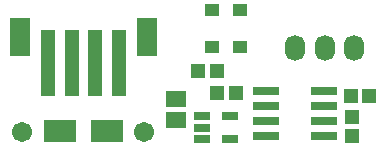
<source format=gts>
G04*
G04 #@! TF.GenerationSoftware,Altium Limited,Altium Designer,20.1.14 (287)*
G04*
G04 Layer_Color=8388736*
%FSLAX25Y25*%
%MOIN*%
G70*
G04*
G04 #@! TF.SameCoordinates,1A763A23-7295-4F3A-9B5C-2D741166247D*
G04*
G04*
G04 #@! TF.FilePolarity,Negative*
G04*
G01*
G75*
%ADD23R,0.05524X0.03162*%
%ADD24R,0.04540X0.04737*%
%ADD25R,0.04737X0.04540*%
%ADD26R,0.08600X0.03000*%
%ADD27R,0.04540X0.04343*%
%ADD28R,0.06509X0.05328*%
%ADD29R,0.10642X0.07493*%
%ADD30R,0.07099X0.12611*%
%ADD31R,0.04737X0.22453*%
%ADD32C,0.06706*%
%ADD33O,0.06706X0.08674*%
D23*
X77559Y119095D02*
D03*
Y111614D02*
D03*
X68110Y115354D02*
D03*
Y111614D02*
D03*
Y119095D02*
D03*
D24*
X79528Y126772D02*
D03*
X73228Y126771D02*
D03*
X124016Y125984D02*
D03*
X117716Y125984D02*
D03*
X66929Y134055D02*
D03*
X73229Y134056D02*
D03*
D25*
X118110Y112598D02*
D03*
X118110Y118898D02*
D03*
D26*
X89513Y127579D02*
D03*
Y122579D02*
D03*
Y117579D02*
D03*
Y112579D02*
D03*
X108913D02*
D03*
Y117579D02*
D03*
Y122579D02*
D03*
Y127579D02*
D03*
D27*
X80709Y142224D02*
D03*
Y154626D02*
D03*
X71653D02*
D03*
Y142224D02*
D03*
D28*
X59449Y117717D02*
D03*
X59448Y124803D02*
D03*
D29*
X36614Y114173D02*
D03*
X20866D02*
D03*
D30*
X7480Y145669D02*
D03*
X50000D02*
D03*
D31*
X16929Y136811D02*
D03*
X24803D02*
D03*
X32677D02*
D03*
X40551D02*
D03*
D32*
X48819Y113779D02*
D03*
X8268D02*
D03*
D33*
X118898Y141732D02*
D03*
X109055D02*
D03*
X99213D02*
D03*
M02*

</source>
